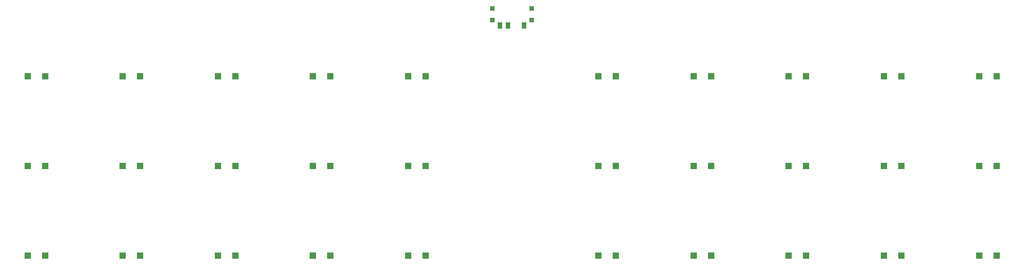
<source format=gbr>
%TF.GenerationSoftware,KiCad,Pcbnew,(6.0.4)*%
%TF.CreationDate,2022-07-31T16:16:28-04:00*%
%TF.ProjectId,satpad,73617470-6164-42e6-9b69-6361645f7063,v1.0.0*%
%TF.SameCoordinates,Original*%
%TF.FileFunction,Paste,Top*%
%TF.FilePolarity,Positive*%
%FSLAX46Y46*%
G04 Gerber Fmt 4.6, Leading zero omitted, Abs format (unit mm)*
G04 Created by KiCad (PCBNEW (6.0.4)) date 2022-07-31 16:16:28*
%MOMM*%
%LPD*%
G01*
G04 APERTURE LIST*
%ADD10R,1.200000X1.200000*%
%ADD11R,0.900000X1.250000*%
%ADD12R,0.900000X0.900000*%
G04 APERTURE END LIST*
D10*
%TO.C,D1*%
X-1650000Y-4500000D03*
X1650000Y-4500000D03*
%TD*%
%TO.C,D2*%
X-1650000Y12500000D03*
X1650000Y12500000D03*
%TD*%
%TO.C,D3*%
X-1650000Y29500000D03*
X1650000Y29500000D03*
%TD*%
%TO.C,D4*%
X16350000Y-4500000D03*
X19650000Y-4500000D03*
%TD*%
%TO.C,D5*%
X16350000Y12500000D03*
X19650000Y12500000D03*
%TD*%
%TO.C,D6*%
X16350000Y29500000D03*
X19650000Y29500000D03*
%TD*%
%TO.C,D7*%
X34350000Y-4500000D03*
X37650000Y-4500000D03*
%TD*%
%TO.C,D8*%
X34350000Y12500000D03*
X37650000Y12500000D03*
%TD*%
%TO.C,D9*%
X34350000Y29500000D03*
X37650000Y29500000D03*
%TD*%
%TO.C,D10*%
X52350000Y-4500000D03*
X55650000Y-4500000D03*
%TD*%
%TO.C,D11*%
X52350000Y12500000D03*
X55650000Y12500000D03*
%TD*%
%TO.C,D12*%
X52350000Y29500000D03*
X55650000Y29500000D03*
%TD*%
%TO.C,D13*%
X70350000Y-4500000D03*
X73650000Y-4500000D03*
%TD*%
%TO.C,D14*%
X70350000Y12500000D03*
X73650000Y12500000D03*
%TD*%
%TO.C,D15*%
X70350000Y29500000D03*
X73650000Y29500000D03*
%TD*%
%TO.C,D16*%
X178350000Y-4500000D03*
X181650000Y-4500000D03*
%TD*%
%TO.C,D17*%
X178350000Y12500000D03*
X181650000Y12500000D03*
%TD*%
%TO.C,D18*%
X178350000Y29500000D03*
X181650000Y29500000D03*
%TD*%
%TO.C,D19*%
X160350000Y-4500000D03*
X163650000Y-4500000D03*
%TD*%
%TO.C,D20*%
X160350000Y12500000D03*
X163650000Y12500000D03*
%TD*%
%TO.C,D21*%
X160350000Y29500000D03*
X163650000Y29500000D03*
%TD*%
%TO.C,D22*%
X142350000Y-4500000D03*
X145650000Y-4500000D03*
%TD*%
%TO.C,D23*%
X142350000Y12500000D03*
X145650000Y12500000D03*
%TD*%
%TO.C,D24*%
X142350000Y29500000D03*
X145650000Y29500000D03*
%TD*%
%TO.C,D25*%
X124350000Y-4500000D03*
X127650000Y-4500000D03*
%TD*%
%TO.C,D26*%
X124350000Y12500000D03*
X127650000Y12500000D03*
%TD*%
%TO.C,D27*%
X124350000Y29500000D03*
X127650000Y29500000D03*
%TD*%
%TO.C,D28*%
X106350000Y-4500000D03*
X109650000Y-4500000D03*
%TD*%
%TO.C,D29*%
X106350000Y12500000D03*
X109650000Y12500000D03*
%TD*%
%TO.C,D30*%
X106350000Y29500000D03*
X109650000Y29500000D03*
%TD*%
D11*
%TO.C,T1*%
X92250000Y39175000D03*
X89250000Y39175000D03*
X87750000Y39175000D03*
D12*
X93700000Y42350000D03*
X93700000Y40150000D03*
X86300000Y40150000D03*
X86300000Y42350000D03*
%TD*%
M02*

</source>
